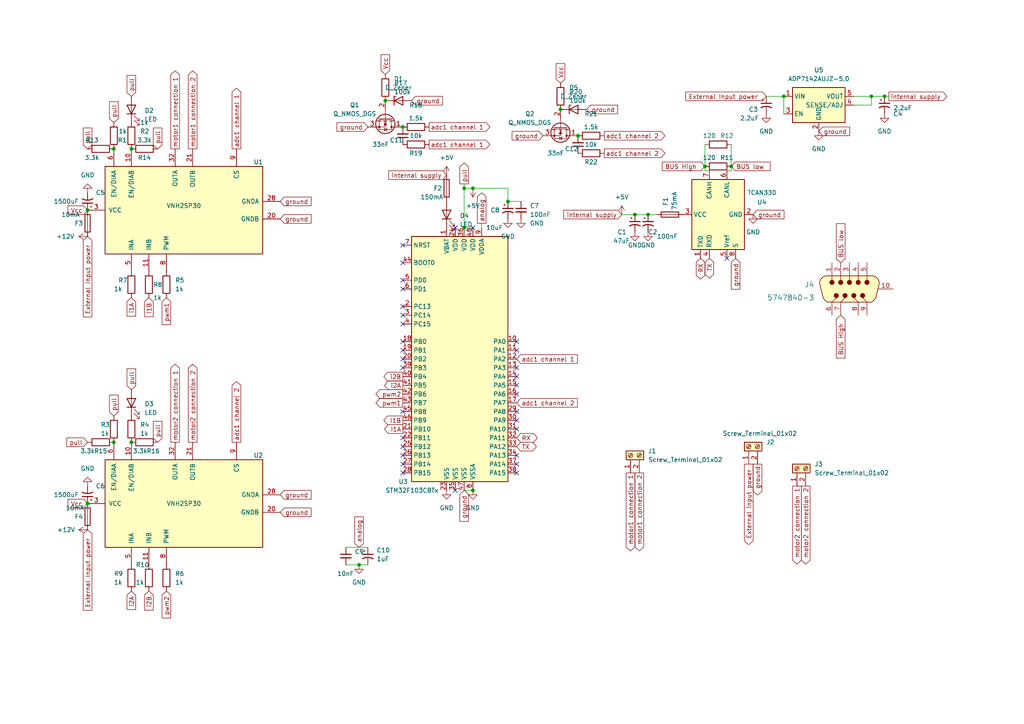
<source format=kicad_sch>
(kicad_sch (version 20211123) (generator eeschema)
  (paper "A4")
  (lib_symbols
    (symbol "Connector:Screw_Terminal_01x02" (pin_names (offset 1.016) hide)
      (property "Reference" "J" (at 0 2.54 0))
      (property "Value" "Screw_Terminal_01x02" (at 0 -5.08 0))
      (symbol "Screw_Terminal_01x02_1_1"
        (rectangle (start -1.27 1.27) (end 1.27 -3.81) (stroke (width 0.254)) (fill (type background)))
        (circle (center 0 -2.54) (radius 0.635) (stroke (width 0.1524)))
        (polyline (pts (xy -0.5334 -2.2098) (xy 0.3302 -3.048)) (stroke (width 0.1524)))
        (polyline (pts (xy -0.5334 0.3302) (xy 0.3302 -0.508)) (stroke (width 0.1524)))
        (polyline (pts (xy -0.3556 -2.032) (xy 0.508 -2.8702)) (stroke (width 0.1524)))
        (polyline (pts (xy -0.3556 0.508) (xy 0.508 -0.3302)) (stroke (width 0.1524)))
        (circle (center 0 0) (radius 0.635) (stroke (width 0.1524)))
        (pin passive line (at -5.08 0 0) (length 3.81) (name "Pin_1") (number "1"))
        (pin passive line (at -5.08 -2.54 0) (length 3.81) (name "Pin_2") (number "2"))
      )
    )
    (symbol "Device:C_Polarized_Small_US" (pin_numbers hide) (pin_names (offset 0.254) hide)
      (property "Reference" "C" (at 0.254 1.778 0))
      (property "Value" "C_Polarized_Small_US" (at 0.254 -2.032 0))
      (symbol "C_Polarized_Small_US_0_1"
        (polyline (pts (xy -1.524 0.508) (xy 1.524 0.508)) (stroke (width 0.3048)))
        (polyline (pts (xy -1.27 1.524) (xy -0.762 1.524)))
        (polyline (pts (xy -1.016 1.27) (xy -1.016 1.778)))
        (arc (start 1.524 -0.762) (mid 0 -0.3734) (end -1.524 -0.762) (stroke (width 0.3048)))
      )
      (symbol "C_Polarized_Small_US_1_1"
        (pin passive line (at 0 2.54 270) (length 2.032) (name "~") (number "1"))
        (pin passive line (at 0 -2.54 90) (length 2.032) (name "~") (number "2"))
      )
    )
    (symbol "Device:C_Small" (pin_numbers hide) (pin_names (offset 0.254) hide)
      (property "Reference" "C" (at 0.254 1.778 0))
      (property "Value" "C_Small" (at 0.254 -2.032 0))
      (symbol "C_Small_0_1"
        (polyline (pts (xy -1.524 -0.508) (xy 1.524 -0.508)) (stroke (width 0.3302)))
        (polyline (pts (xy -1.524 0.508) (xy 1.524 0.508)) (stroke (width 0.3048)))
      )
      (symbol "C_Small_1_1"
        (pin passive line (at 0 2.54 270) (length 2.032) (name "~") (number "1"))
        (pin passive line (at 0 -2.54 90) (length 2.032) (name "~") (number "2"))
      )
    )
    (symbol "Device:D_Zener" (pin_numbers hide) (pin_names (offset 1.016) hide)
      (property "Reference" "D" (at 0 2.54 0))
      (property "Value" "D_Zener" (at 0 -2.54 0))
      (symbol "D_Zener_0_1"
        (polyline (pts (xy 1.27 0) (xy -1.27 0)))
        (polyline (pts (xy -1.27 -1.27) (xy -1.27 1.27) (xy -0.762 1.27)) (stroke (width 0.254)))
        (polyline (pts (xy 1.27 -1.27) (xy 1.27 1.27) (xy -1.27 0) (xy 1.27 -1.27)) (stroke (width 0.254)))
      )
      (symbol "D_Zener_1_1"
        (pin passive line (at -3.81 0 0) (length 2.54) (name "K") (number "1"))
        (pin passive line (at 3.81 0 180) (length 2.54) (name "A") (number "2"))
      )
    )
    (symbol "Device:Fuse" (pin_numbers hide) (pin_names (offset 0))
      (property "Reference" "F" (at 2.032 0 90))
      (property "Value" "Fuse" (at -1.905 0 90))
      (symbol "Fuse_0_1"
        (rectangle (start -0.762 -2.54) (end 0.762 2.54) (stroke (width 0.254)))
        (polyline (pts (xy 0 2.54) (xy 0 -2.54)))
      )
      (symbol "Fuse_1_1"
        (pin passive line (at 0 3.81 270) (length 1.27) (name "~") (number "1"))
        (pin passive line (at 0 -3.81 90) (length 1.27) (name "~") (number "2"))
      )
    )
    (symbol "Device:LED" (pin_numbers hide) (pin_names (offset 1.016) hide)
      (property "Reference" "D" (at 0 2.54 0))
      (property "Value" "LED" (at 0 -2.54 0))
      (symbol "LED_0_1"
        (polyline (pts (xy -1.27 -1.27) (xy -1.27 1.27)) (stroke (width 0.254)))
        (polyline (pts (xy -1.27 0) (xy 1.27 0)))
        (polyline (pts (xy 1.27 -1.27) (xy 1.27 1.27) (xy -1.27 0) (xy 1.27 -1.27)) (stroke (width 0.254)))
        (polyline (pts (xy -3.048 -0.762) (xy -4.572 -2.286) (xy -3.81 -2.286) (xy -4.572 -2.286) (xy -4.572 -1.524)))
        (polyline (pts (xy -1.778 -0.762) (xy -3.302 -2.286) (xy -2.54 -2.286) (xy -3.302 -2.286) (xy -3.302 -1.524)))
      )
      (symbol "LED_1_1"
        (pin passive line (at -3.81 0 0) (length 2.54) (name "K") (number "1"))
        (pin passive line (at 3.81 0 180) (length 2.54) (name "A") (number "2"))
      )
    )
    (symbol "Device:Q_NMOS_DGS" (pin_names (offset 0) hide)
      (property "Reference" "Q" (at 5.08 1.27 0))
      (property "Value" "Q_NMOS_DGS" (at 5.08 -1.27 0))
      (symbol "Q_NMOS_DGS_0_1"
        (polyline (pts (xy 0.254 0) (xy -2.54 0)))
        (polyline (pts (xy 0.254 1.905) (xy 0.254 -1.905)) (stroke (width 0.254)))
        (polyline (pts (xy 0.762 -1.27) (xy 0.762 -2.286)) (stroke (width 0.254)))
        (polyline (pts (xy 0.762 0.508) (xy 0.762 -0.508)) (stroke (width 0.254)))
        (polyline (pts (xy 0.762 2.286) (xy 0.762 1.27)) (stroke (width 0.254)))
        (polyline (pts (xy 2.54 2.54) (xy 2.54 1.778)))
        (polyline (pts (xy 2.54 -2.54) (xy 2.54 0) (xy 0.762 0)))
        (polyline (pts (xy 0.762 -1.778) (xy 3.302 -1.778) (xy 3.302 1.778) (xy 0.762 1.778)))
        (polyline (pts (xy 1.016 0) (xy 2.032 0.381) (xy 2.032 -0.381) (xy 1.016 0)) (fill (type outline)))
        (polyline (pts (xy 2.794 0.508) (xy 2.921 0.381) (xy 3.683 0.381) (xy 3.81 0.254)))
        (polyline (pts (xy 3.302 0.381) (xy 2.921 -0.254) (xy 3.683 -0.254) (xy 3.302 0.381)))
        (circle (center 1.651 0) (radius 2.794) (stroke (width 0.254)))
        (circle (center 2.54 -1.778) (radius 0.254) (fill (type outline)))
        (circle (center 2.54 1.778) (radius 0.254) (fill (type outline)))
      )
      (symbol "Q_NMOS_DGS_1_1"
        (pin passive line (at 2.54 5.08 270) (length 2.54) (name "D") (number "1"))
        (pin input line (at -5.08 0 0) (length 2.54) (name "G") (number "2"))
        (pin passive line (at 2.54 -5.08 90) (length 2.54) (name "S") (number "3"))
      )
    )
    (symbol "Device:R" (pin_numbers hide) (pin_names (offset 0))
      (property "Reference" "R" (at 2.032 0 90))
      (property "Value" "R" (at 0 0 90))
      (symbol "R_0_1"
        (rectangle (start -1.016 -2.54) (end 1.016 2.54) (stroke (width 0.254)))
      )
      (symbol "R_1_1"
        (pin passive line (at 0 3.81 270) (length 1.27) (name "~") (number "1"))
        (pin passive line (at 0 -3.81 90) (length 1.27) (name "~") (number "2"))
      )
    )
    (symbol "Driver_Motor:VNH2SP30" (pin_names (offset 1.016))
      (property "Reference" "U" (at -12.7 25.4 0))
      (property "Value" "VNH2SP30" (at 13.97 25.4 0))
      (symbol "VNH2SP30_1_1"
        (rectangle (start -12.7 22.86) (end 12.7 -22.86) (stroke (width 0.254)) (fill (type background)))
        (pin passive line (at 17.78 2.54 180) (length 5.08) hide (name "OUTA") (number "1"))
        (pin output line (at 17.78 15.24 180) (length 5.08) (name "EN/DIAB") (number "10"))
        (pin input line (at -17.78 10.16 0) (length 5.08) (name "INB") (number "11"))
        (pin no_connect line (at -17.78 -7.62 0) (length 5.08) hide (name "NC") (number "12"))
        (pin passive line (at 0 27.94 270) (length 5.08) hide (name "VCC") (number "13"))
        (pin no_connect line (at -17.78 -10.16 0) (length 5.08) hide (name "NC") (number "14"))
        (pin passive line (at 17.78 -2.54 180) (length 5.08) hide (name "OUTB") (number "15"))
        (pin passive line (at 17.78 -2.54 180) (length 5.08) hide (name "OUTB") (number "16"))
        (pin no_connect line (at -17.78 -20.32 0) (length 5.08) hide (name "NC") (number "17"))
        (pin passive line (at -2.54 -27.94 90) (length 5.08) hide (name "GNDB") (number "18"))
        (pin passive line (at -2.54 -27.94 90) (length 5.08) hide (name "GNDB") (number "19"))
        (pin no_connect line (at -17.78 0 0) (length 5.08) hide (name "NC") (number "2"))
        (pin passive line (at -2.54 -27.94 90) (length 5.08) (name "GNDB") (number "20"))
        (pin output line (at 17.78 -2.54 180) (length 5.08) (name "OUTB") (number "21"))
        (pin no_connect line (at -17.78 -17.78 0) (length 5.08) hide (name "NC") (number "22"))
        (pin passive line (at 0 27.94 270) (length 5.08) hide (name "VCC") (number "23"))
        (pin no_connect line (at -17.78 -15.24 0) (length 5.08) hide (name "NC") (number "24"))
        (pin passive line (at 17.78 2.54 180) (length 5.08) hide (name "OUTA") (number "25"))
        (pin passive line (at 2.54 -27.94 90) (length 5.08) hide (name "GNDA") (number "26"))
        (pin passive line (at 2.54 -27.94 90) (length 5.08) hide (name "GNDA") (number "27"))
        (pin passive line (at 2.54 -27.94 90) (length 5.08) (name "GNDA") (number "28"))
        (pin no_connect line (at -17.78 -12.7 0) (length 5.08) hide (name "NC") (number "29"))
        (pin power_in line (at 0 27.94 270) (length 5.08) (name "VCC") (number "3"))
        (pin passive line (at 17.78 2.54 180) (length 5.08) hide (name "OUTA") (number "30"))
        (pin passive line (at 0 27.94 270) (length 5.08) hide (name "VCC") (number "31"))
        (pin passive line (at 17.78 2.54 180) (length 5.08) (name "OUTA") (number "32"))
        (pin passive line (at 17.78 -2.54 180) (length 5.08) hide (name "OUTB") (number "33"))
        (pin no_connect line (at -17.78 -2.54 0) (length 5.08) hide (name "NC") (number "4"))
        (pin input line (at -17.78 15.24 0) (length 5.08) (name "INA") (number "5"))
        (pin output line (at 17.78 20.32 180) (length 5.08) (name "EN/DIAA") (number "6"))
        (pin no_connect line (at -17.78 -5.08 0) (length 5.08) hide (name "NC") (number "7"))
        (pin input line (at -17.78 5.08 0) (length 5.08) (name "PWM") (number "8"))
        (pin output line (at 17.78 -15.24 180) (length 5.08) (name "CS") (number "9"))
      )
    )
    (symbol "MCU_ST_STM32F1:STM32F103C8Tx"
      (property "Reference" "U" (at -15.24 36.83 0))
      (property "Value" "STM32F103C8Tx" (at 7.62 36.83 0))
      (symbol "STM32F103C8Tx_0_1"
        (rectangle (start -15.24 -35.56) (end 12.7 35.56) (stroke (width 0.254)) (fill (type background)))
      )
      (symbol "STM32F103C8Tx_1_1"
        (pin power_in line (at -5.08 38.1 270) (length 2.54) (name "VBAT") (number "1"))
        (pin bidirectional line (at 15.24 5.08 180) (length 2.54) (name "PA0") (number "10"))
        (pin bidirectional line (at 15.24 2.54 180) (length 2.54) (name "PA1") (number "11"))
        (pin bidirectional line (at 15.24 0 180) (length 2.54) (name "PA2") (number "12"))
        (pin bidirectional line (at 15.24 -2.54 180) (length 2.54) (name "PA3") (number "13"))
        (pin bidirectional line (at 15.24 -5.08 180) (length 2.54) (name "PA4") (number "14"))
        (pin bidirectional line (at 15.24 -7.62 180) (length 2.54) (name "PA5") (number "15"))
        (pin bidirectional line (at 15.24 -10.16 180) (length 2.54) (name "PA6") (number "16"))
        (pin bidirectional line (at 15.24 -12.7 180) (length 2.54) (name "PA7") (number "17"))
        (pin bidirectional line (at -17.78 5.08 0) (length 2.54) (name "PB0") (number "18"))
        (pin bidirectional line (at -17.78 2.54 0) (length 2.54) (name "PB1") (number "19"))
        (pin bidirectional line (at -17.78 15.24 0) (length 2.54) (name "PC13") (number "2"))
        (pin bidirectional line (at -17.78 0 0) (length 2.54) (name "PB2") (number "20"))
        (pin bidirectional line (at -17.78 -20.32 0) (length 2.54) (name "PB10") (number "21"))
        (pin bidirectional line (at -17.78 -22.86 0) (length 2.54) (name "PB11") (number "22"))
        (pin power_in line (at -5.08 -38.1 90) (length 2.54) (name "VSS") (number "23"))
        (pin power_in line (at -2.54 38.1 270) (length 2.54) (name "VDD") (number "24"))
        (pin bidirectional line (at -17.78 -25.4 0) (length 2.54) (name "PB12") (number "25"))
        (pin bidirectional line (at -17.78 -27.94 0) (length 2.54) (name "PB13") (number "26"))
        (pin bidirectional line (at -17.78 -30.48 0) (length 2.54) (name "PB14") (number "27"))
        (pin bidirectional line (at -17.78 -33.02 0) (length 2.54) (name "PB15") (number "28"))
        (pin bidirectional line (at 15.24 -15.24 180) (length 2.54) (name "PA8") (number "29"))
        (pin bidirectional line (at -17.78 12.7 0) (length 2.54) (name "PC14") (number "3"))
        (pin bidirectional line (at 15.24 -17.78 180) (length 2.54) (name "PA9") (number "30"))
        (pin bidirectional line (at 15.24 -20.32 180) (length 2.54) (name "PA10") (number "31"))
        (pin bidirectional line (at 15.24 -22.86 180) (length 2.54) (name "PA11") (number "32"))
        (pin bidirectional line (at 15.24 -25.4 180) (length 2.54) (name "PA12") (number "33"))
        (pin bidirectional line (at 15.24 -27.94 180) (length 2.54) (name "PA13") (number "34"))
        (pin power_in line (at -2.54 -38.1 90) (length 2.54) (name "VSS") (number "35"))
        (pin power_in line (at 0 38.1 270) (length 2.54) (name "VDD") (number "36"))
        (pin bidirectional line (at 15.24 -30.48 180) (length 2.54) (name "PA14") (number "37"))
        (pin bidirectional line (at 15.24 -33.02 180) (length 2.54) (name "PA15") (number "38"))
        (pin bidirectional line (at -17.78 -2.54 0) (length 2.54) (name "PB3") (number "39"))
        (pin bidirectional line (at -17.78 10.16 0) (length 2.54) (name "PC15") (number "4"))
        (pin bidirectional line (at -17.78 -5.08 0) (length 2.54) (name "PB4") (number "40"))
        (pin bidirectional line (at -17.78 -7.62 0) (length 2.54) (name "PB5") (number "41"))
        (pin bidirectional line (at -17.78 -10.16 0) (length 2.54) (name "PB6") (number "42"))
        (pin bidirectional line (at -17.78 -12.7 0) (length 2.54) (name "PB7") (number "43"))
        (pin input line (at -17.78 27.94 0) (length 2.54) (name "BOOT0") (number "44"))
        (pin bidirectional line (at -17.78 -15.24 0) (length 2.54) (name "PB8") (number "45"))
        (pin bidirectional line (at -17.78 -17.78 0) (length 2.54) (name "PB9") (number "46"))
        (pin power_in line (at 0 -38.1 90) (length 2.54) (name "VSS") (number "47"))
        (pin power_in line (at 2.54 38.1 270) (length 2.54) (name "VDD") (number "48"))
        (pin input line (at -17.78 22.86 0) (length 2.54) (name "PD0") (number "5"))
        (pin input line (at -17.78 20.32 0) (length 2.54) (name "PD1") (number "6"))
        (pin input line (at -17.78 33.02 0) (length 2.54) (name "NRST") (number "7"))
        (pin power_in line (at 2.54 -38.1 90) (length 2.54) (name "VSSA") (number "8"))
        (pin power_in line (at 5.08 38.1 270) (length 2.54) (name "VDDA") (number "9"))
      )
    )
    (symbol "Regulator_Linear:ADP7142AUJZ-5.0"
      (property "Reference" "U" (at 0 8.89 0))
      (property "Value" "ADP7142AUJZ-5.0" (at 0 6.35 0))
      (symbol "ADP7142AUJZ-5.0_0_1"
        (rectangle (start -7.62 5.08) (end 7.62 -5.08) (stroke (width 0.254)) (fill (type background)))
      )
      (symbol "ADP7142AUJZ-5.0_1_1"
        (pin power_in line (at -10.16 2.54 0) (length 2.54) (name "VIN") (number "1"))
        (pin power_in line (at 0 -7.62 90) (length 2.54) (name "GND") (number "2"))
        (pin input line (at -10.16 -2.54 0) (length 2.54) (name "EN") (number "3"))
        (pin input line (at 10.16 0 180) (length 2.54) (name "SENSE/ADJ") (number "4"))
        (pin power_out line (at 10.16 2.54 180) (length 2.54) (name "VOUT") (number "5"))
      )
    )
    (symbol "TCAN330_1"
      (property "Reference" "U" (at -10.16 8.89 0))
      (property "Value" "TCAN330_1" (at 2.54 8.89 0))
      (symbol "TCAN330_1_0_1"
        (rectangle (start -10.16 7.62) (end 10.16 -7.62) (stroke (width 0.254)) (fill (type background)))
      )
      (symbol "TCAN330_1_1_1"
        (pin input line (at -12.7 5.08 0) (length 2.54) (name "TXD") (number "1"))
        (pin power_in line (at 0 -10.16 90) (length 2.54) (name "GND") (number "2"))
        (pin power_in line (at 0 10.16 270) (length 2.54) (name "VCC") (number "3"))
        (pin tri_state line (at -12.7 2.54 0) (length 2.54) (name "RXD") (number "4"))
        (pin input line (at -12.7 -2.54 0) (length 2.54) (name "Vref") (number "5"))
        (pin bidirectional line (at 12.7 -2.54 180) (length 2.54) (name "CANL") (number "6"))
        (pin bidirectional line (at 12.7 2.54 180) (length 2.54) (name "CANH") (number "7"))
        (pin input line (at -12.7 -5.08 0) (length 2.54) (name "S") (number "8"))
      )
    )
    (symbol "dk_D-Sub-Connectors:5747840-3" (pin_names (offset 1.016))
      (property "Reference" "J" (at -3.81 8.89 0))
      (property "Value" "5747840-3" (at 1.27 -10.16 0))
      (symbol "5747840-3_0_1"
        (circle (center -1.905 -3.81) (radius 0.635) (fill (type outline)))
        (circle (center -1.905 -1.27) (radius 0.635) (fill (type outline)))
        (circle (center -1.905 1.27) (radius 0.635) (fill (type outline)))
        (circle (center -1.905 3.81) (radius 0.635) (fill (type outline)))
        (polyline (pts (xy -3.81 -5.08) (xy -2.54 -3.81)))
        (polyline (pts (xy -3.81 -2.54) (xy -2.54 -1.27)))
        (polyline (pts (xy -3.81 2.54) (xy -2.54 1.27)))
        (polyline (pts (xy -3.81 5.08) (xy -2.54 3.81)))
        (polyline (pts (xy 3.81 -5.08) (xy 2.54 -5.08)))
        (polyline (pts (xy 3.81 -2.54) (xy 2.54 -2.54)))
        (polyline (pts (xy 3.81 0) (xy 2.54 0)))
        (polyline (pts (xy 3.81 2.54) (xy 2.54 2.54)))
        (polyline (pts (xy 3.81 5.08) (xy 2.54 5.08)))
        (circle (center 1.905 -5.08) (radius 0.635) (fill (type outline)))
        (circle (center 1.905 -2.54) (radius 0.635) (fill (type outline)))
        (circle (center 1.905 0) (radius 0.635) (fill (type outline)))
        (circle (center 1.905 2.54) (radius 0.635) (fill (type outline)))
        (circle (center 1.905 5.08) (radius 0.635) (fill (type outline)))
      )
      (symbol "5747840-3_1_1"
        (arc (start -3.81 -6.35) (mid -3.278 -7.088) (end -2.54 -7.62))
        (arc (start -2.54 7.62) (mid -3.278 7.088) (end -3.81 6.35))
        (polyline (pts (xy -3.81 6.35) (xy -3.81 -6.35)) (fill (type background)))
        (polyline (pts (xy -2.54 7.62) (xy 1.524 8.636)) (fill (type background)))
        (polyline (pts (xy 1.524 -8.636) (xy -2.54 -7.62)) (fill (type background)))
        (polyline (pts (xy 3.81 6.35) (xy 3.81 -6.35)) (fill (type background)))
        (polyline (pts (xy -2.54 7.62) (xy -2.794 7.4676) (xy -2.8956 7.366) (xy -3.048 7.3152) (xy -3.2004 7.1628) (xy -3.302 7.0612) (xy -3.4036 6.9088) (xy -3.5052 6.8072) (xy -3.6068 6.6548) (xy -3.7084 6.5024) (xy -3.81 6.35) (xy -3.81 -6.35) (xy -3.6576 -6.5532) (xy -3.5052 -6.8072) (xy -3.302 -6.9596) (xy -3.0988 -7.2644) (xy -2.794 -7.4168) (xy -2.4384 -7.62) (xy 1.4732 -8.636) (xy 1.7272 -8.636) (xy 2.1336 -8.5852) (xy 2.4892 -8.4836) (xy 2.8956 -8.2296) (xy 3.2512 -7.9248) (xy 3.5052 -7.5692) (xy 3.6576 -7.2644) (xy 3.81 -6.8072) (xy 3.81 -6.35) (xy 3.81 6.35) (xy 3.7592 6.7564) (xy 3.7084 7.112) (xy 3.556 7.5184) (xy 3.4036 7.7724) (xy 3.2004 7.9756) (xy 2.9972 8.1788) (xy 2.7432 8.3312) (xy 2.3876 8.4836) (xy 2.032 8.636) (xy 1.778 8.636) (xy 1.524 8.636) (xy -2.4892 7.62)) (fill (type background)))
        (arc (start 1.524 -8.636) (mid 3.1896 -8.0073) (end 3.81 -6.35))
        (arc (start 3.81 6.35) (mid 3.1813 8.0156) (end 1.524 8.636))
        (pin passive line (at 7.62 5.08 180) (length 3.81) (name "~") (number "1"))
        (pin passive line (at 0 -12.7 90) (length 4.445) (name "~") (number "10"))
        (pin passive line (at 7.62 2.54 180) (length 3.81) (name "~") (number "2"))
        (pin passive line (at 7.62 0 180) (length 3.81) (name "~") (number "3"))
        (pin passive line (at 7.62 -2.54 180) (length 3.81) (name "~") (number "4"))
        (pin passive line (at 7.62 -5.08 180) (length 3.81) (name "~") (number "5"))
        (pin passive line (at -7.62 5.08 0) (length 3.81) (name "~") (number "6"))
        (pin passive line (at -7.62 2.54 0) (length 3.81) (name "~") (number "7"))
        (pin passive line (at -7.62 -2.54 0) (length 3.81) (name "~") (number "8"))
        (pin passive line (at -7.62 -5.08 0) (length 3.81) (name "~") (number "9"))
      )
    )
    (symbol "power:+12V" (power) (pin_names (offset 0))
      (property "Value" "+12V" (at 0 3.556 0))
      (symbol "+12V_0_1"
        (polyline (pts (xy -0.762 1.27) (xy 0 2.54)))
        (polyline (pts (xy 0 0) (xy 0 2.54)))
        (polyline (pts (xy 0 2.54) (xy 0.762 1.27)))
      )
      (symbol "+12V_1_1"
        (pin power_in line (at 0 0 90) (length 0) hide (name "+12V") (number "1"))
      )
    )
    (symbol "power:+5V" (power) (pin_names (offset 0))
      (property "Value" "+5V" (at 0 3.556 0))
      (symbol "+5V_0_1"
        (polyline (pts (xy -0.762 1.27) (xy 0 2.54)))
        (polyline (pts (xy 0 0) (xy 0 2.54)))
        (polyline (pts (xy 0 2.54) (xy 0.762 1.27)))
      )
      (symbol "+5V_1_1"
        (pin power_in line (at 0 0 90) (length 0) hide (name "+5V") (number "1"))
      )
    )
    (symbol "power:GND" (power) (pin_names (offset 0))
      (property "Value" "GND" (at 0 -3.81 0))
      (symbol "GND_0_1"
        (polyline (pts (xy 0 0) (xy 0 -1.27) (xy 1.27 -1.27) (xy 0 -2.54) (xy -1.27 -1.27) (xy 0 -1.27)))
      )
      (symbol "GND_1_1"
        (pin power_in line (at 0 0 270) (length 0) hide (name "GND") (number "1"))
      )
    )
  )
  (junction (at 256.54 27.94))
  (junction (at 212.09 48.26))
  (junction (at 204.47 48.26))
  (junction (at 111.76 29.21))
  (junction (at 38.1 128.27))
  (junction (at 38.1 43.18))
  (junction (at 134.62 66.04))
  (junction (at 187.96 62.23))
  (junction (at 227.33 27.94))
  (junction (at 147.32 58.42))
  (junction (at 25.4 60.96))
  (junction (at 137.16 54.61))
  (junction (at 252.73 27.94))
  (junction (at 33.02 128.27))
  (junction (at 33.02 43.18))
  (junction (at 184.15 62.23))
  (junction (at 25.4 146.05))
  (junction (at 116.84 36.83))
  (junction (at 104.14 163.83))
  (junction (at 137.16 142.24))
  (junction (at 134.62 54.61))
  (junction (at 167.64 39.37))
  (junction (at 162.56 31.75))
  (no_connect (at 149.86 119.38))
  (no_connect (at 132.08 142.24))
  (no_connect (at 116.84 134.62))
  (no_connect (at 149.86 132.08))
  (no_connect (at 149.86 111.76))
  (no_connect (at 116.84 88.9))
  (no_connect (at 149.86 124.46))
  (no_connect (at 149.86 109.22))
  (no_connect (at 116.84 81.28))
  (no_connect (at 116.84 99.06))
  (no_connect (at 132.08 66.04))
  (no_connect (at 116.84 104.14))
  (no_connect (at 116.84 119.38))
  (no_connect (at 116.84 137.16))
  (no_connect (at 116.84 93.98))
  (no_connect (at 116.84 71.12))
  (no_connect (at 149.86 99.06))
  (no_connect (at 116.84 91.44))
  (no_connect (at 149.86 101.6))
  (no_connect (at 116.84 132.08))
  (no_connect (at 116.84 76.2))
  (no_connect (at 116.84 101.6))
  (no_connect (at 116.84 129.54))
  (no_connect (at 149.86 134.62))
  (no_connect (at 137.16 66.04))
  (no_connect (at 149.86 137.16))
  (no_connect (at 149.86 106.68))
  (no_connect (at 149.86 121.92))
  (no_connect (at 116.84 127))
  (no_connect (at 149.86 114.3))
  (no_connect (at 116.84 83.82))
  (no_connect (at 116.84 106.68))
  (no_connect (at 210.82 74.93))
  (wire (pts (xy 212.09 49.53) (xy 210.82 49.53)))
  (wire (pts (xy 134.62 54.61) (xy 134.62 66.04)))
  (wire (pts (xy 134.62 53.34) (xy 134.62 54.61)))
  (wire (pts (xy 134.62 142.24) (xy 137.16 142.24)))
  (wire (pts (xy 104.14 163.83) (xy 106.68 163.83)))
  (wire (pts (xy 256.54 27.94) (xy 257.81 27.94)))
  (wire (pts (xy 247.65 30.48) (xy 252.73 30.48)))
  (wire (pts (xy 137.16 54.61) (xy 147.32 54.61)))
  (wire (pts (xy 180.34 62.23) (xy 184.15 62.23)))
  (wire (pts (xy 139.7 64.77) (xy 139.7 66.04)))
  (wire (pts (xy 204.47 49.53) (xy 205.74 49.53)))
  (wire (pts (xy 134.62 54.61) (xy 137.16 54.61)))
  (wire (pts (xy 204.47 41.91) (xy 204.47 48.26)))
  (wire (pts (xy 149.86 64.77) (xy 152.4 64.77)))
  (wire (pts (xy 212.09 48.26) (xy 212.09 49.53)))
  (wire (pts (xy 227.33 27.94) (xy 227.33 33.02)))
  (wire (pts (xy 222.25 27.94) (xy 227.33 27.94)))
  (wire (pts (xy 184.15 62.23) (xy 187.96 62.23)))
  (wire (pts (xy 212.09 41.91) (xy 212.09 48.26)))
  (wire (pts (xy 204.47 48.26) (xy 204.47 49.53)))
  (wire (pts (xy 187.96 62.23) (xy 190.5 62.23)))
  (wire (pts (xy 100.33 158.75) (xy 106.68 158.75)))
  (wire (pts (xy 100.33 163.83) (xy 104.14 163.83)))
  (wire (pts (xy 247.65 27.94) (xy 252.73 27.94)))
  (wire (pts (xy 147.32 54.61) (xy 147.32 58.42)))
  (wire (pts (xy 252.73 27.94) (xy 256.54 27.94)))
  (wire (pts (xy 147.32 58.42) (xy 151.13 58.42)))
  (wire (pts (xy 252.73 30.48) (xy 252.73 27.94)))
  (wire (pts (xy 134.62 66.04) (xy 137.16 66.04)))
  (global_label "adc1 channel 2" (shape output) (at 175.26 39.37 0) (property "Intersheet References" "${INTERSHEET_REFS}" (effects hide)))
  (global_label "pull" (shape input) (at 38.1 27.94 90) (property "Intersheet References" "${INTERSHEET_REFS}" (effects hide)))
  (global_label "External Input power " (shape input) (at 222.25 27.94 180) (property "Intersheet References" "${INTERSHEET_REFS}" (effects hide)))
  (global_label "motor2 connection 1" (shape output) (at 231.14 140.97 270) (property "Intersheet References" "${INTERSHEET_REFS}" (effects hide)))
  (global_label "BUS low " (shape input) (at 212.09 48.26 0) (property "Intersheet References" "${INTERSHEET_REFS}" (effects hide)))
  (global_label "motor1 connection 2" (shape output) (at 55.88 43.18 90) (property "Intersheet References" "${INTERSHEET_REFS}" (effects hide)))
  (global_label "ground" (shape input) (at 170.18 31.75 0) (property "Intersheet References" "${INTERSHEET_REFS}" (effects hide)))
  (global_label "i2A" (shape input) (at 38.1 171.45 270) (property "Intersheet References" "${INTERSHEET_REFS}" (effects hide)))
  (global_label "motor2 connection 1" (shape output) (at 50.8 128.27 90) (property "Intersheet References" "${INTERSHEET_REFS}" (effects hide)))
  (global_label "pull" (shape input) (at 25.4 43.18 90) (property "Intersheet References" "${INTERSHEET_REFS}" (effects hide)))
  (global_label "motor1 connection 2" (shape output) (at 185.42 137.16 270) (property "Intersheet References" "${INTERSHEET_REFS}" (effects hide)))
  (global_label "motor1 connection 1" (shape output) (at 50.8 43.18 90) (property "Intersheet References" "${INTERSHEET_REFS}" (effects hide)))
  (global_label "RX" (shape bidirectional) (at 203.2 74.93 270) (property "Intersheet References" "${INTERSHEET_REFS}" (effects hide)))
  (global_label "adc1 channel 1" (shape output) (at 124.46 41.91 0) (property "Intersheet References" "${INTERSHEET_REFS}" (effects hide)))
  (global_label "i1A" (shape output) (at 116.84 124.46 180) (property "Intersheet References" "${INTERSHEET_REFS}" (effects hide)))
  (global_label "ground" (shape input) (at 106.68 36.83 180) (property "Intersheet References" "${INTERSHEET_REFS}" (effects hide)))
  (global_label "pull" (shape input) (at 33.02 35.56 90) (property "Intersheet References" "${INTERSHEET_REFS}" (effects hide)))
  (global_label "analog" (shape input) (at 104.14 158.75 90) (property "Intersheet References" "${INTERSHEET_REFS}" (effects hide)))
  (global_label "ground" (shape input) (at 218.44 62.23 0) (property "Intersheet References" "${INTERSHEET_REFS}" (effects hide)))
  (global_label "Vcc" (shape input) (at 25.4 146.05 180) (property "Intersheet References" "${INTERSHEET_REFS}" (effects hide)))
  (global_label "i2B" (shape input) (at 43.18 171.45 270) (property "Intersheet References" "${INTERSHEET_REFS}" (effects hide)))
  (global_label "BUS High " (shape input) (at 243.84 91.44 270) (property "Intersheet References" "${INTERSHEET_REFS}" (effects hide)))
  (global_label "i1B" (shape input) (at 43.18 86.36 270) (property "Intersheet References" "${INTERSHEET_REFS}" (effects hide)))
  (global_label "ground" (shape output) (at 219.71 134.62 270) (property "Intersheet References" "${INTERSHEET_REFS}" (effects hide)))
  (global_label "pull" (shape input) (at 38.1 113.03 90) (property "Intersheet References" "${INTERSHEET_REFS}" (effects hide)))
  (global_label "motor2 connection 2" (shape output) (at 55.88 128.27 90) (property "Intersheet References" "${INTERSHEET_REFS}" (effects hide)))
  (global_label "i2B" (shape output) (at 116.84 109.22 180) (property "Intersheet References" "${INTERSHEET_REFS}" (effects hide)))
  (global_label "ground" (shape input) (at 81.28 148.59 0) (property "Intersheet References" "${INTERSHEET_REFS}" (effects hide)))
  (global_label "motor2 connection 2" (shape output) (at 233.68 140.97 270) (property "Intersheet References" "${INTERSHEET_REFS}" (effects hide)))
  (global_label "External Input power " (shape input) (at 25.4 153.67 270) (property "Intersheet References" "${INTERSHEET_REFS}" (effects hide)))
  (global_label "adc1 channel 2" (shape input) (at 149.86 116.84 0) (property "Intersheet References" "${INTERSHEET_REFS}" (effects hide)))
  (global_label "i2A" (shape output) (at 116.84 111.76 180) (property "Intersheet References" "${INTERSHEET_REFS}" (effects hide)))
  (global_label "BUS low " (shape input) (at 243.84 76.2 90) (property "Intersheet References" "${INTERSHEET_REFS}" (effects hide)))
  (global_label "pull" (shape input) (at 25.4 128.27 180) (property "Intersheet References" "${INTERSHEET_REFS}" (effects hide)))
  (global_label "pwm1" (shape input) (at 48.26 86.36 270) (property "Intersheet References" "${INTERSHEET_REFS}" (effects hide)))
  (global_label "adc1 channel 1" (shape output) (at 68.58 43.18 90) (property "Intersheet References" "${INTERSHEET_REFS}" (effects hide)))
  (global_label "internal supply" (shape output) (at 257.81 27.94 0) (property "Intersheet References" "${INTERSHEET_REFS}" (effects hide)))
  (global_label "Vcc" (shape input) (at 111.76 21.59 90) (property "Intersheet References" "${INTERSHEET_REFS}" (effects hide)))
  (global_label "External Input power " (shape output) (at 217.17 134.62 270) (property "Intersheet References" "${INTERSHEET_REFS}" (effects hide)))
  (global_label "ground" (shape input) (at 134.62 142.24 270) (property "Intersheet References" "${INTERSHEET_REFS}" (effects hide)))
  (global_label "ground" (shape input) (at 119.38 29.21 0) (property "Intersheet References" "${INTERSHEET_REFS}" (effects hide)))
  (global_label "ground" (shape input) (at 81.28 58.42 0) (property "Intersheet References" "${INTERSHEET_REFS}" (effects hide)))
  (global_label "TX" (shape bidirectional) (at 149.86 129.54 0) (property "Intersheet References" "${INTERSHEET_REFS}" (effects hide)))
  (global_label "adc1 channel 1" (shape output) (at 124.46 36.83 0) (property "Intersheet References" "${INTERSHEET_REFS}" (effects hide)))
  (global_label "ground" (shape input) (at 81.28 63.5 0) (property "Intersheet References" "${INTERSHEET_REFS}" (effects hide)))
  (global_label "internal supply" (shape input) (at 180.34 62.23 180) (property "Intersheet References" "${INTERSHEET_REFS}" (effects hide)))
  (global_label "pwm2" (shape output) (at 116.84 114.3 180) (property "Intersheet References" "${INTERSHEET_REFS}" (effects hide)))
  (global_label "pwm2" (shape input) (at 48.26 171.45 270) (property "Intersheet References" "${INTERSHEET_REFS}" (effects hide)))
  (global_label "adc1 channel 2" (shape output) (at 68.58 128.27 90) (property "Intersheet References" "${INTERSHEET_REFS}" (effects hide)))
  (global_label "motor1 connection 1" (shape output) (at 182.88 137.16 270) (property "Intersheet References" "${INTERSHEET_REFS}" (effects hide)))
  (global_label "External Input power " (shape input) (at 25.4 68.58 270) (property "Intersheet References" "${INTERSHEET_REFS}" (effects hide)))
  (global_label "adc1 channel 2" (shape output) (at 175.26 44.45 0) (property "Intersheet References" "${INTERSHEET_REFS}" (effects hide)))
  (global_label "Vcc" (shape input) (at 25.4 60.96 180) (property "Intersheet References" "${INTERSHEET_REFS}" (effects hide)))
  (global_label "i1B" (shape output) (at 116.84 121.92 180) (property "Intersheet References" "${INTERSHEET_REFS}" (effects hide)))
  (global_label "pull" (shape output) (at 134.62 53.34 90) (property "Intersheet References" "${INTERSHEET_REFS}" (effects hide)))
  (global_label "ground" (shape input) (at 81.28 143.51 0) (property "Intersheet References" "${INTERSHEET_REFS}" (effects hide)))
  (global_label "adc1 channel 1" (shape input) (at 149.86 104.14 0) (property "Intersheet References" "${INTERSHEET_REFS}" (effects hide)))
  (global_label "analog" (shape output) (at 139.7 64.77 90) (property "Intersheet References" "${INTERSHEET_REFS}" (effects hide)))
  (global_label "internal supply" (shape input) (at 129.54 50.8 180) (property "Intersheet References" "${INTERSHEET_REFS}" (effects hide)))
  (global_label "ground" (shape input) (at 213.36 74.93 270) (property "Intersheet References" "${INTERSHEET_REFS}" (effects hide)))
  (global_label "pwm1" (shape output) (at 116.84 116.84 180) (property "Intersheet References" "${INTERSHEET_REFS}" (effects hide)))
  (global_label "pull" (shape input) (at 45.72 43.18 90) (property "Intersheet References" "${INTERSHEET_REFS}" (effects hide)))
  (global_label "BUS High " (shape input) (at 204.47 48.26 180) (property "Intersheet References" "${INTERSHEET_REFS}" (effects hide)))
  (global_label "pull" (shape input) (at 33.02 120.65 90) (property "Intersheet References" "${INTERSHEET_REFS}" (effects hide)))
  (global_label "Vcc" (shape input) (at 162.56 24.13 90) (property "Intersheet References" "${INTERSHEET_REFS}" (effects hide)))
  (global_label "RX" (shape bidirectional) (at 149.86 127 0) (property "Intersheet References" "${INTERSHEET_REFS}" (effects hide)))
  (global_label "TX" (shape bidirectional) (at 205.74 74.93 270) (property "Intersheet References" "${INTERSHEET_REFS}" (effects hide)))
  (global_label "ground" (shape input) (at 237.49 38.1 0) (property "Intersheet References" "${INTERSHEET_REFS}" (effects hide)))
  (global_label "pull" (shape input) (at 45.72 128.27 90) (property "Intersheet References" "${INTERSHEET_REFS}" (effects hide)))
  (global_label "ground" (shape input) (at 157.48 39.37 180) (property "Intersheet References" "${INTERSHEET_REFS}" (effects hide)))
  (global_label "i1A" (shape input) (at 38.1 86.36 270) (property "Intersheet References" "${INTERSHEET_REFS}" (effects hide)))
  (symbol (lib_id "Device:R") (at 48.26 82.55 0) (unit 1)
    (property "Reference" "R5" (at 50.8 81.2799 0) (effects (justify left)))
    (property "Value" "1k" (at 50.8 83.8199 0) (effects (justify left)))
    (property "Footprint" "Resistor_THT:R_Axial_DIN0204_L3.6mm_D1.6mm_P1.90mm_Vertical" (effects hide))
  )
  (symbol (lib_id "Device:R") (at 120.65 41.91 90) (unit 1)
    (property "Reference" "R19" (at 120.65 44.45 90))
    (property "Value" "10k" (at 120.65 39.37 90))
    (property "Footprint" "Resistor_THT:R_Axial_DIN0204_L3.6mm_D1.6mm_P1.90mm_Vertical" (effects hide))
  )
  (symbol (lib_id "Device:Q_NMOS_DGS") (at 111.76 34.29 270) (unit 1)
    (property "Reference" "Q1" (at 102.87 30.48 90))
    (property "Value" "Q_NMOS_DGS" (at 102.87 33.02 90))
    (property "Footprint" "Package_TO_SOT_THT:NEC_Molded_7x4x9mm" (effects hide))
  )
  (symbol (lib_id "Device:C_Polarized_Small_US") (at 25.4 58.42 180) (unit 1)
    (property "Reference" "C5" (at 30.48 55.88 0) (effects (justify left)))
    (property "Value" "1500uF" (at 22.86 58.42 0) (effects (justify left)))
    (property "Footprint" "Capacitor_THT:CP_Radial_D4.0mm_P1.50mm" (effects hide))
  )
  (symbol (lib_id "Device:C_Small") (at 100.33 161.29 0) (unit 1)
    (property "Reference" "C9" (at 102.87 160.0262 0) (effects (justify left)))
    (property "Value" "10nF" (at 97.79 166.37 0) (effects (justify left)))
    (property "Footprint" "Capacitor_THT:C_Radial_D4.0mm_H5.0mm_P1.50mm" (effects hide))
  )
  (symbol (lib_id "Device:D_Zener") (at 166.37 31.75 0) (unit 1)
    (property "Reference" "D5" (at 166.37 25.4 0))
    (property "Value" "D_Zener" (at 166.37 27.94 0))
    (property "Footprint" "Diode_THT:D_5KP_P10.16mm_Horizontal" (effects hide))
  )
  (symbol (lib_id "Device:R") (at 111.76 25.4 0) (unit 1)
    (property "Reference" "R17" (at 114.3 24.1299 0) (effects (justify left)))
    (property "Value" "100k" (at 114.3 26.6699 0) (effects (justify left)))
    (property "Footprint" "Resistor_THT:R_Axial_DIN0204_L3.6mm_D1.6mm_P1.90mm_Vertical" (effects hide))
  )
  (symbol (lib_id "Device:Fuse") (at 194.31 62.23 90) (unit 1)
    (property "Reference" "F1" (at 193.0399 59.69 0) (effects (justify left)))
    (property "Value" "75mA" (at 195.58 60.96 0) (effects (justify left)))
    (property "Footprint" "Fuse:Fuseholder_Blade_ATO_Littelfuse_Pudenz_2_Pin" (effects hide))
  )
  (symbol (lib_id "power:GND") (at 137.16 142.24 0) (unit 1)
    (property "Reference" "#PWR0102" (effects hide))
    (property "Value" "GND" (at 137.16 147.32 0))
  )
  (symbol (lib_id "Connector:Screw_Terminal_01x02") (at 182.88 132.08 90) (unit 1)
    (property "Reference" "J1" (at 187.96 130.8099 90) (effects (justify right)))
    (property "Value" "Screw_Terminal_01x02" (at 187.96 133.3499 90) (effects (justify right)))
    (property "Footprint" "TerminalBlock:TerminalBlock_Altech_AK300-2_P5.00mm" (effects hide))
  )
  (symbol (lib_id "Connector:Screw_Terminal_01x02") (at 231.14 135.89 90) (unit 1)
    (property "Reference" "J3" (at 236.22 134.6199 90) (effects (justify right)))
    (property "Value" "Screw_Terminal_01x02" (at 236.22 137.1599 90) (effects (justify right)))
    (property "Footprint" "TerminalBlock:TerminalBlock_Altech_AK300-2_P5.00mm" (effects hide))
  )
  (symbol (lib_id "Regulator_Linear:ADP7142AUJZ-5.0") (at 237.49 30.48 0) (unit 1)
    (property "Reference" "U5" (at 237.49 20.32 0))
    (property "Value" "ADP7142AUJZ-5.0" (at 237.49 22.86 0))
    (property "Footprint" "Package_TO_SOT_SMD:TSOT-23-5" (effects hide))
    (property "Datasheet" "https://www.analog.com/media/en/technical-documentation/data-sheets/ADP7142.pdf" (effects hide))
  )
  (symbol (lib_id "Device:C_Polarized_Small_US") (at 184.15 64.77 0) (unit 1)
    (property "Reference" "C1" (at 179.07 67.31 0) (effects (justify left)))
    (property "Value" "47uF" (at 177.8 69.85 0) (effects (justify left)))
    (property "Footprint" "Capacitor_THT:CP_Radial_D4.0mm_P1.50mm" (effects hide))
  )
  (symbol (lib_id "Device:D_Zener") (at 115.57 29.21 0) (unit 1)
    (property "Reference" "D1" (at 115.57 22.86 0))
    (property "Value" "D_Zener" (at 115.57 25.4 0))
    (property "Footprint" "Diode_THT:D_5KP_P10.16mm_Horizontal" (effects hide))
  )
  (symbol (lib_id "Device:R") (at 33.02 39.37 180) (unit 1)
    (property "Reference" "R1" (at 36.83 40.64 0) (effects (justify left)))
    (property "Value" "1k" (at 36.83 38.1 0) (effects (justify left)))
    (property "Footprint" "Resistor_THT:R_Axial_DIN0204_L3.6mm_D1.6mm_P1.90mm_Vertical" (effects hide))
  )
  (symbol (lib_id "power:GND") (at 187.96 67.31 0) (unit 1)
    (property "Reference" "#PWR0117" (effects hide))
    (property "Value" "GND" (at 187.96 71.12 0))
  )
  (symbol (lib_id "power:+12V") (at 25.4 68.58 90) (unit 1)
    (property "Reference" "#PWR0110" (effects hide))
    (property "Value" "+12V" (at 21.59 68.5799 90) (effects (justify left)))
  )
  (symbol (lib_id "Device:R") (at 43.18 82.55 0) (unit 1)
    (property "Reference" "R8" (at 44.45 82.55 0) (effects (justify left)))
    (property "Value" "1k" (at 44.45 86.36 0) (effects (justify left)))
    (property "Footprint" "Resistor_THT:R_Axial_DIN0204_L3.6mm_D1.6mm_P1.90mm_Vertical" (effects hide))
  )
  (symbol (lib_id "Device:R") (at 38.1 82.55 0) (unit 1)
    (property "Reference" "R7" (at 34.29 81.28 0) (effects (justify left)))
    (property "Value" "1k" (at 33.02 83.82 0) (effects (justify left)))
    (property "Footprint" "Resistor_THT:R_Axial_DIN0204_L3.6mm_D1.6mm_P1.90mm_Vertical" (effects hide))
  )
  (symbol (lib_id "Device:R") (at 38.1 39.37 0) (unit 1)
    (property "Reference" "R2" (at 40.64 38.0999 0) (effects (justify left)))
    (property "Value" "1k" (at 40.64 35.56 0) (effects (justify left)))
    (property "Footprint" "Resistor_THT:R_Axial_DIN0204_L3.6mm_D1.6mm_P1.90mm_Vertical" (effects hide))
  )
  (symbol (lib_id "power:GND") (at 25.4 140.97 180) (unit 1)
    (property "Reference" "#PWR0104" (effects hide))
    (property "Value" "GND" (at 25.4 135.89 0))
  )
  (symbol (lib_id "Device:R") (at 208.28 48.26 90) (unit 1)
    (property "Reference" "R11" (at 210.82 45.72 90))
    (property "Value" "120" (at 205.74 45.72 90))
    (property "Footprint" "Resistor_THT:R_Axial_DIN0204_L3.6mm_D1.6mm_P1.90mm_Vertical" (effects hide))
  )
  (symbol (lib_id "power:+5V") (at 137.16 54.61 180) (unit 1)
    (property "Reference" "#PWR0115" (effects hide))
    (property "Value" "+5V" (at 137.16 59.69 0))
  )
  (symbol (lib_id "Device:R") (at 41.91 43.18 90) (unit 1)
    (property "Reference" "R14" (at 41.91 45.72 90))
    (property "Value" "3.3k" (at 41.91 40.64 90))
    (property "Footprint" "Resistor_THT:R_Axial_DIN0204_L3.6mm_D1.6mm_P1.90mm_Vertical" (effects hide))
  )
  (symbol (lib_id "Device:Fuse") (at 129.54 54.61 0) (unit 1)
    (property "Reference" "F2" (at 125.73 54.61 0) (effects (justify left)))
    (property "Value" "150mA" (at 121.92 57.15 0) (effects (justify left)))
    (property "Footprint" "Fuse:Fuseholder_Blade_ATO_Littelfuse_Pudenz_2_Pin" (effects hide))
  )
  (symbol (lib_id "power:GND") (at 147.32 63.5 0) (unit 1)
    (property "Reference" "#PWR0112" (effects hide))
    (property "Value" "GND" (at 147.32 68.58 0))
  )
  (symbol (lib_id "Device:R") (at 29.21 43.18 90) (unit 1)
    (property "Reference" "R13" (at 26.67 40.64 90))
    (property "Value" "3.3k" (at 26.67 45.72 90))
    (property "Footprint" "Resistor_THT:R_Axial_DIN0204_L3.6mm_D1.6mm_P1.90mm_Vertical" (effects hide))
  )
  (symbol (lib_id "Connector:Screw_Terminal_01x02") (at 217.17 129.54 90) (unit 1)
    (property "Reference" "J2" (at 222.25 128.2699 90) (effects (justify right)))
    (property "Value" "Screw_Terminal_01x02" (at 209.55 125.73 90) (effects (justify right)))
    (property "Footprint" "TerminalBlock:TerminalBlock_Altech_AK300-2_P5.00mm" (effects hide))
  )
  (symbol (lib_id "Device:C_Small") (at 151.13 60.96 0) (unit 1)
    (property "Reference" "C7" (at 153.67 59.6962 0) (effects (justify left)))
    (property "Value" "100nF" (at 153.67 62.2362 0) (effects (justify left)))
    (property "Footprint" "Capacitor_THT:C_Radial_D4.0mm_H5.0mm_P1.50mm" (effects hide))
  )
  (symbol (lib_id "Device:R") (at 171.45 44.45 90) (unit 1)
    (property "Reference" "R22" (at 171.45 46.99 90))
    (property "Value" "10k" (at 171.45 41.91 90))
    (property "Footprint" "Resistor_THT:R_Axial_DIN0204_L3.6mm_D1.6mm_P1.90mm_Vertical" (effects hide))
  )
  (symbol (lib_id "Device:LED") (at 38.1 116.84 90) (unit 1)
    (property "Reference" "D3" (at 41.91 117.1574 90) (effects (justify right)))
    (property "Value" "LED" (at 41.91 119.6974 90) (effects (justify right)))
    (property "Footprint" "LED_THT:LED_D5.0mm_Horizontal_O1.27mm_Z3.0mm_Clear" (effects hide))
  )
  (symbol (lib_id "power:GND") (at 184.15 67.31 0) (unit 1)
    (property "Reference" "#PWR0116" (effects hide))
    (property "Value" "GND" (at 184.15 71.12 0))
  )
  (symbol (lib_id "Device:C_Small") (at 116.84 39.37 180) (unit 1)
    (property "Reference" "C11" (at 113.03 40.64 0) (effects (justify right)))
    (property "Value" "33nF" (at 107.95 41.91 0) (effects (justify right)))
    (property "Footprint" "Capacitor_THT:C_Radial_D4.0mm_H5.0mm_P1.50mm" (effects hide))
  )
  (symbol (lib_id "Device:C_Polarized_Small_US") (at 256.54 30.48 0) (unit 1)
    (property "Reference" "C4" (at 259.08 33.02 0) (effects (justify left)))
    (property "Value" "2.2uF" (at 259.08 31.3181 0) (effects (justify left)))
    (property "Footprint" "Capacitor_THT:CP_Radial_D4.0mm_P1.50mm" (effects hide))
  )
  (symbol (lib_id "Device:R") (at 38.1 124.46 0) (unit 1)
    (property "Reference" "R4" (at 40.64 123.1899 0) (effects (justify left)))
    (property "Value" "1k" (at 40.64 125.7299 0) (effects (justify left)))
    (property "Footprint" "Resistor_THT:R_Axial_DIN0204_L3.6mm_D1.6mm_P1.90mm_Vertical" (effects hide))
  )
  (symbol (lib_id "Device:LED") (at 129.54 62.23 90) (unit 1)
    (property "Reference" "D4" (at 133.35 62.5474 90) (effects (justify right)))
    (property "Value" "LED" (at 133.35 65.0874 90) (effects (justify right)))
    (property "Footprint" "LED_THT:LED_D5.0mm_Horizontal_O1.27mm_Z3.0mm_Clear" (effects hide))
  )
  (symbol (lib_id "power:GND") (at 237.49 38.1 0) (unit 1)
    (property "Reference" "#PWR0106" (effects hide))
    (property "Value" "GND" (at 237.49 43.18 0))
  )
  (symbol (lib_id "Device:Fuse") (at 25.4 149.86 0) (unit 1)
    (property "Reference" "F4" (at 21.59 149.86 0) (effects (justify left)))
    (property "Value" "10mA" (at 19.05 147.32 0) (effects (justify left)))
    (property "Footprint" "Fuse:Fuseholder_Blade_ATO_Littelfuse_Pudenz_2_Pin" (effects hide))
  )
  (symbol (lib_id "Device:R") (at 208.28 41.91 90) (unit 1)
    (property "Reference" "R12" (at 210.82 39.37 90))
    (property "Value" "120" (at 205.74 39.37 90))
    (property "Footprint" "Resistor_THT:R_Axial_DIN0204_L3.6mm_D1.6mm_P1.90mm_Vertical" (effects hide))
  )
  (symbol (lib_id "power:+12V") (at 25.4 153.67 90) (unit 1)
    (property "Reference" "#PWR0105" (effects hide))
    (property "Value" "+12V" (at 16.51 153.67 90) (effects (justify right)))
  )
  (symbol (lib_id "Device:LED") (at 38.1 31.75 90) (unit 1)
    (property "Reference" "D2" (at 41.91 32.0674 90) (effects (justify right)))
    (property "Value" "LED" (at 41.91 34.6074 90) (effects (justify right)))
    (property "Footprint" "LED_THT:LED_D5.0mm_Horizontal_O1.27mm_Z3.0mm_Clear" (effects hide))
  )
  (symbol (lib_id "power:GND") (at 25.4 55.88 180) (unit 1)
    (property "Reference" "#PWR0111" (effects hide))
    (property "Value" "GND" (at 25.4 50.8 0))
  )
  (symbol (lib_name "TCAN330_1") (lib_id "Interface_CAN_LIN:TCAN330") (at 208.28 62.23 90) (unit 1)
    (property "Reference" "U4" (at 220.98 58.6486 90))
    (property "Value" "TCAN330" (at 220.98 55.88 90))
    (property "Footprint" "website:SOT96-1" (effects hide))
    (property "Datasheet" "http://www.ti.com/lit/ds/symlink/tcan337.pdf" (effects hide))
  )
  (symbol (lib_id "Device:C_Polarized_Small_US") (at 147.32 60.96 0) (unit 1)
    (property "Reference" "C8" (at 142.24 60.96 0) (effects (justify left)))
    (property "Value" "10uF" (at 140.97 66.04 0) (effects (justify left)))
    (property "Footprint" "Capacitor_THT:CP_Radial_D4.0mm_P1.50mm" (effects hide))
  )
  (symbol (lib_id "Device:C_Small") (at 167.64 41.91 180) (unit 1)
    (property "Reference" "C12" (at 163.83 43.18 0) (effects (justify right)))
    (property "Value" "33nF" (at 158.75 44.45 0) (effects (justify right)))
    (property "Footprint" "Capacitor_THT:C_Radial_D4.0mm_H5.0mm_P1.50mm" (effects hide))
  )
  (symbol (lib_id "MCU_ST_STM32F1:STM32F103C8Tx") (at 134.62 104.14 0) (unit 1)
    (property "Reference" "U3" (at 115.57 139.7 0) (effects (justify left)))
    (property "Value" "STM32F103C8Tx" (at 111.76 142.24 0) (effects (justify left)))
    (property "Footprint" "Package_QFP:LQFP-48_7x7mm_P0.5mm" (effects hide))
    (property "Datasheet" "http://www.st.com/st-web-ui/static/active/en/resource/technical/document/datasheet/CD00161566.pdf" (effects hide))
  )
  (symbol (lib_id "Device:C_Polarized_Small_US") (at 222.25 30.48 0) (unit 1)
    (property "Reference" "C3" (at 217.17 31.75 0) (effects (justify left)))
    (property "Value" "2.2uF" (at 214.63 34.29 0) (effects (justify left)))
    (property "Footprint" "Capacitor_THT:CP_Radial_D4.0mm_P1.50mm" (effects hide))
  )
  (symbol (lib_id "Device:R") (at 171.45 39.37 90) (unit 1)
    (property "Reference" "R21" (at 171.45 33.02 90))
    (property "Value" "1.5k" (at 171.45 36.83 90))
    (property "Footprint" "Resistor_THT:R_Axial_DIN0204_L3.6mm_D1.6mm_P1.90mm_Vertical" (effects hide))
  )
  (symbol (lib_id "Device:R") (at 43.18 167.64 0) (unit 1)
    (property "Reference" "R10" (at 39.37 163.83 0) (effects (justify left)))
    (property "Value" "1k" (at 39.37 168.91 0) (effects (justify left)))
    (property "Footprint" "Resistor_THT:R_Axial_DIN0204_L3.6mm_D1.6mm_P1.90mm_Vertical" (effects hide))
  )
  (symbol (lib_id "power:+5V") (at 180.34 62.23 0) (unit 1)
    (property "Reference" "#PWR0114" (effects hide))
    (property "Value" "+5V" (at 180.34 57.15 0))
  )
  (symbol (lib_id "Driver_Motor:VNH2SP30") (at 53.34 146.05 90) (unit 1)
    (property "Reference" "U2" (at 74.93 132.08 90))
    (property "Value" "VNH2SP30" (at 53.34 146.05 90))
    (property "Footprint" "Package_SO:ST_MultiPowerSO-30" (effects hide))
    (property "Datasheet" "http://www.st.com/content/ccc/resource/technical/document/datasheet/group2/66/b8/f5/2c/9a/66/41/c7/CD00043711/files/CD00043711.pdf/jcr:content/translations/en.CD00043711.pdf" (effects hide))
  )
  (symbol (lib_id "Device:R") (at 41.91 128.27 270) (unit 1)
    (property "Reference" "R16" (at 44.45 130.81 90))
    (property "Value" "3.3k" (at 40.64 130.81 90))
    (property "Footprint" "Resistor_THT:R_Axial_DIN0204_L3.6mm_D1.6mm_P1.90mm_Vertical" (effects hide))
  )
  (symbol (lib_id "power:GND") (at 218.44 62.23 0) (unit 1)
    (property "Reference" "#PWR0118" (effects hide))
    (property "Value" "GND" (at 218.44 67.31 0))
  )
  (symbol (lib_id "Device:Fuse") (at 25.4 64.77 0) (unit 1)
    (property "Reference" "F3" (at 21.59 64.77 0) (effects (justify left)))
    (property "Value" "10mA" (at 17.78 62.23 0) (effects (justify left)))
    (property "Footprint" "Fuse:Fuseholder_Blade_ATO_Littelfuse_Pudenz_2_Pin" (effects hide))
  )
  (symbol (lib_id "Device:R") (at 38.1 167.64 0) (unit 1)
    (property "Reference" "R9" (at 33.02 166.37 0) (effects (justify left)))
    (property "Value" "1k" (at 33.02 168.91 0) (effects (justify left)))
    (property "Footprint" "Resistor_THT:R_Axial_DIN0204_L3.6mm_D1.6mm_P1.90mm_Vertical" (effects hide))
  )
  (symbol (lib_id "power:+5V") (at 129.54 50.8 0) (unit 1)
    (property "Reference" "#PWR0109" (effects hide))
    (property "Value" "+5V" (at 129.54 45.72 0))
  )
  (symbol (lib_id "power:GND") (at 256.54 33.02 0) (unit 1)
    (property "Reference" "#PWR0107" (effects hide))
    (property "Value" "GND" (at 256.54 38.1 0))
  )
  (symbol (lib_id "Device:C_Polarized_Small_US") (at 187.96 64.77 0) (unit 1)
    (property "Reference" "C2" (at 187.96 67.31 0) (effects (justify left)))
    (property "Value" "100nF" (at 190.5 68.58 0) (effects (justify left)))
    (property "Footprint" "Capacitor_THT:CP_Radial_D4.0mm_P1.50mm" (effects hide))
  )
  (symbol (lib_id "power:GND") (at 129.54 142.24 0) (unit 1)
    (property "Reference" "#PWR0103" (effects hide))
    (property "Value" "GND" (at 129.54 147.32 0))
  )
  (symbol (lib_id "Device:Q_NMOS_DGS") (at 162.56 36.83 270) (unit 1)
    (property "Reference" "Q2" (at 153.67 33.02 90))
    (property "Value" "Q_NMOS_DGS" (at 153.67 35.56 90))
    (property "Footprint" "Package_TO_SOT_THT:NEC_Molded_7x4x9mm" (effects hide))
  )
  (symbol (lib_id "Device:C_Polarized_Small_US") (at 25.4 143.51 180) (unit 1)
    (property "Reference" "C6" (at 30.48 140.97 0) (effects (justify left)))
    (property "Value" "1500uF" (at 22.86 143.51 0) (effects (justify left)))
    (property "Footprint" "Capacitor_THT:CP_Radial_D4.0mm_P1.50mm" (effects hide))
  )
  (symbol (lib_id "power:GND") (at 151.13 63.5 0) (unit 1)
    (property "Reference" "#PWR0113" (effects hide))
    (property "Value" "GND" (at 153.67 64.7699 0) (effects (justify left)))
  )
  (symbol (lib_id "Device:R") (at 120.65 36.83 90) (unit 1)
    (property "Reference" "R18" (at 120.65 30.48 90))
    (property "Value" "1.5k" (at 120.65 34.29 90))
    (property "Footprint" "Resistor_THT:R_Axial_DIN0204_L3.6mm_D1.6mm_P1.90mm_Vertical" (effects hide))
  )
  (symbol (lib_id "Device:C_Polarized_Small_US") (at 106.68 161.29 0) (unit 1)
    (property "Reference" "C10" (at 109.22 159.5881 0) (effects (justify left)))
    (property "Value" "1uF" (at 109.22 162.1281 0) (effects (justify left)))
    (property "Footprint" "Capacitor_THT:CP_Radial_D4.0mm_P1.50mm" (effects hide))
  )
  (symbol (lib_id "dk_D-Sub-Connectors:5747840-3") (at 246.38 83.82 90) (unit 1)
    (property "Reference" "J4" (at 236.22 82.5354 90) (effects (font (size 1.524 1.524)) (justify left)))
    (property "Value" "5747840-3" (at 236.22 86.3454 90) (effects (font (size 1.524 1.524)) (justify left)))
    (property "Footprint" "digikey-footprints:DSUB-9_Jack_5747840-3" (effects hide))
    (property "Datasheet" "https://www.te.com/commerce/DocumentDelivery/DDEController?Action=srchrtrv&DocNm=5747840&DocType=Customer+Drawing&DocLang=English" (effects hide))
    (property "Digi-Key_PN" "A32091-ND" (effects hide))
    (property "MPN" "5747840-3" (effects hide))
    (property "Category" "Connectors, Interconnects" (effects hide))
    (property "Family" "D-Sub Connectors" (effects hide))
    (property "DK_Datasheet_Link" "https://www.te.com/commerce/DocumentDelivery/DDEController?Action=srchrtrv&DocNm=5747840&DocType=Customer+Drawing&DocLang=English" (effects hide))
    (property "DK_Detail_Page" "/product-detail/en/te-connectivity-amp-connectors/5747840-3/A32091-ND/808646" (effects hide))
    (property "Description" "CONN D-SUB PLUG 9POS R/A SOLDER" (effects hide))
    (property "Manufacturer" "TE Connectivity AMP Connectors" (effects hide))
    (property "Status" "Active" (effects hide))
  )
  (symbol (lib_id "power:GND") (at 222.25 33.02 0) (unit 1)
    (property "Reference" "#PWR0108" (effects hide))
    (property "Value" "GND" (at 222.25 38.1 0))
  )
  (symbol (lib_id "Device:R") (at 162.56 27.94 0) (unit 1)
    (property "Reference" "R20" (at 165.1 26.6699 0) (effects (justify left)))
    (property "Value" "100k" (at 165.1 29.2099 0) (effects (justify left)))
    (property "Footprint" "Resistor_THT:R_Axial_DIN0204_L3.6mm_D1.6mm_P1.90mm_Vertical" (effects hide))
  )
  (symbol (lib_id "Device:R") (at 29.21 128.27 90) (unit 1)
    (property "Reference" "R15" (at 29.21 130.81 90))
    (property "Value" "3.3k" (at 25.4 130.81 90))
    (property "Footprint" "Resistor_THT:R_Axial_DIN0204_L3.6mm_D1.6mm_P1.90mm_Vertical" (effects hide))
  )
  (symbol (lib_id "Device:R") (at 48.26 167.64 0) (unit 1)
    (property "Reference" "R6" (at 50.8 166.3699 0) (effects (justify left)))
    (property "Value" "1k" (at 50.8 168.9099 0) (effects (justify left)))
    (property "Footprint" "Resistor_THT:R_Axial_DIN0204_L3.6mm_D1.6mm_P1.90mm_Vertical" (effects hide))
  )
  (symbol (lib_id "Driver_Motor:VNH2SP30") (at 53.34 60.96 90) (unit 1)
    (property "Reference" "U1" (at 74.93 46.99 90))
    (property "Value" "VNH2SP30" (at 53.34 59.69 90))
    (property "Footprint" "Package_SO:ST_MultiPowerSO-30" (effects hide))
    (property "Datasheet" "http://www.st.com/content/ccc/resource/technical/document/datasheet/group2/66/b8/f5/2c/9a/66/41/c7/CD00043711/files/CD00043711.pdf/jcr:content/translations/en.CD00043711.pdf" (effects hide))
  )
  (symbol (lib_id "Device:R") (at 33.02 124.46 0) (unit 1)
    (property "Reference" "R3" (at 29.21 123.19 0) (effects (justify left)))
    (property "Value" "1k" (at 29.21 125.73 0) (effects (justify left)))
    (property "Footprint" "Resistor_THT:R_Axial_DIN0204_L3.6mm_D1.6mm_P1.90mm_Vertical" (effects hide))
  )
  (symbol (lib_id "power:GND") (at 104.14 163.83 0) (unit 1)
    (property "Reference" "#PWR0101" (effects hide))
    (property "Value" "GND" (at 104.14 168.91 0))
  )
)
</source>
